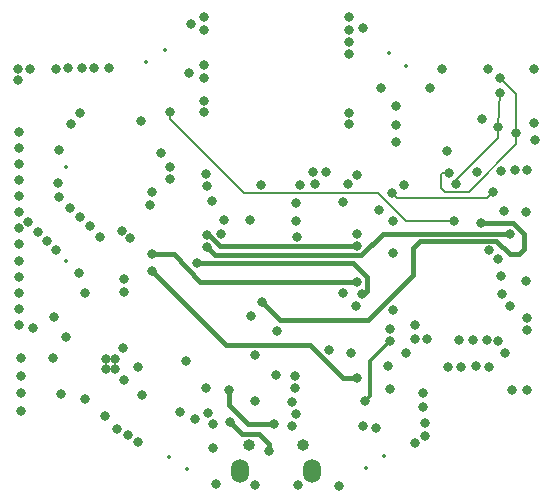
<source format=gbr>
%TF.GenerationSoftware,KiCad,Pcbnew,5.1.5+dfsg1-2~bpo10+1*%
%TF.CreationDate,Date%
%TF.ProjectId,osw,6f73772e-6b69-4636-9164-5f7063625858,2.1*%
%TF.SameCoordinates,Original*%
%TF.FileFunction,Copper,L2,Inr*%
%TF.FilePolarity,Positive*%
%FSLAX46Y46*%
G04 Gerber Fmt 4.6, Leading zero omitted, Abs format (unit mm)*
G04 Created by KiCad*
%MOMM*%
%LPD*%
G04 APERTURE LIST*
%TA.AperFunction,ViaPad*%
%ADD10O,1.500000X2.000000*%
%TD*%
%TA.AperFunction,ViaPad*%
%ADD11C,0.800000*%
%TD*%
%TA.AperFunction,Conductor*%
%ADD12C,0.200000*%
%TD*%
%TA.AperFunction,Conductor*%
%ADD13C,0.300000*%
%TD*%
%TA.AperFunction,Conductor*%
%ADD14C,0.400000*%
%TD*%
%ADD15C,0.350000*%
%ADD16O,0.999999X0.999999*%
%ADD17O,0.750000X1.200000*%
G04 APERTURE END LIST*
D10*
%TO.N,*%
%TO.C,U5*%
X163048000Y-128627000D03*
X156952000Y-128627000D03*
%TD*%
D11*
%TO.N,/EN*%
X179380560Y-118594144D03*
X167309800Y-124815600D03*
%TO.N,+3V3*%
X171018200Y-118592600D03*
X166344600Y-118592600D03*
X154635200Y-124612400D03*
X158191200Y-118745000D03*
X152603200Y-94945200D03*
X154559000Y-105765001D03*
X170789600Y-104419400D03*
X169892624Y-107424576D03*
X169875200Y-110185200D03*
X181875000Y-100558600D03*
X179060300Y-103235300D03*
%TO.N,/FLASH*%
X166827200Y-108534200D03*
X153085800Y-124180600D03*
%TO.N,GND*%
X138379200Y-118999000D03*
X138379200Y-120523000D03*
X138379200Y-121996200D03*
X138379200Y-123494800D03*
X174447788Y-101481207D03*
X176974500Y-103251000D03*
X166141400Y-90125000D03*
X166141400Y-91262200D03*
X166141400Y-92278200D03*
X166141400Y-93294200D03*
X166141400Y-99263200D03*
X166141400Y-98298000D03*
X153847800Y-90125000D03*
X153847800Y-91287600D03*
X153847800Y-94259400D03*
X153847800Y-95300800D03*
X153847800Y-97282000D03*
X153847800Y-98247200D03*
X162026600Y-104368600D03*
X165684200Y-105816400D03*
X164490400Y-118364000D03*
X148310600Y-119786400D03*
X145567400Y-119151400D03*
X146380200Y-119151400D03*
X146380200Y-119964200D03*
X145567400Y-119964200D03*
X143840200Y-122478800D03*
X141121136Y-118997736D03*
X157886400Y-115519200D03*
X154609800Y-126695200D03*
X161323206Y-124781113D03*
X158191200Y-122706998D03*
X161318496Y-122719989D03*
X168452800Y-124942600D03*
X169621200Y-121691400D03*
X179959000Y-121716800D03*
X181152800Y-106654600D03*
X161569400Y-120523000D03*
X159969200Y-120497600D03*
X152349200Y-119303800D03*
X149453600Y-105003600D03*
X146939000Y-108254800D03*
X147650200Y-108839000D03*
X154127200Y-104495600D03*
X157810200Y-107340400D03*
X141338300Y-94538800D03*
X142595600Y-99237800D03*
X143408400Y-98298000D03*
X138125000Y-94525000D03*
X165658800Y-113538000D03*
X172567600Y-125603000D03*
X171754800Y-126238000D03*
X172567600Y-124536200D03*
X154940000Y-129692400D03*
X161874200Y-129819400D03*
X158191200Y-129768600D03*
X165277800Y-129895600D03*
X146558000Y-125018800D03*
X148336000Y-126136400D03*
X139141200Y-94538800D03*
X138176000Y-95504000D03*
X181864000Y-99110800D03*
X181864000Y-94538800D03*
X177914300Y-94526100D03*
X141224000Y-115595400D03*
X181216000Y-121712000D03*
X161734500Y-108750200D03*
X158711900Y-104350002D03*
X168884600Y-96215200D03*
X173050200Y-96215200D03*
X174053500Y-94526100D03*
X163144200Y-103301800D03*
X164172900Y-103301800D03*
X166801800Y-103517700D03*
X166090600Y-104292400D03*
X163258500Y-104267000D03*
X142379700Y-94500700D03*
X143522700Y-94500700D03*
X144576800Y-94500700D03*
X145834100Y-94500700D03*
X138226800Y-99885500D03*
X138226800Y-101247863D03*
X138226800Y-102610226D03*
X138226800Y-103972589D03*
X138226800Y-105334952D03*
X141617700Y-101447600D03*
X141554200Y-104216200D03*
X141643100Y-105422700D03*
X142557500Y-106362500D03*
X143383000Y-107099100D03*
X144272000Y-107873800D03*
X145072100Y-108750100D03*
X138226800Y-106697315D03*
X138988800Y-107556300D03*
X139814300Y-108381800D03*
X140627100Y-109156500D03*
X141389100Y-109867700D03*
X143294100Y-111861600D03*
X143814800Y-113550700D03*
X147078700Y-113474500D03*
X147091400Y-112318800D03*
X150977600Y-103898700D03*
X150977600Y-102844600D03*
X150253700Y-101714300D03*
X138226800Y-116205000D03*
X138214100Y-114909600D03*
X138226800Y-113509130D03*
X138226800Y-112146767D03*
X138226800Y-110784404D03*
X138226800Y-109422041D03*
X138226800Y-108059678D03*
X147434300Y-125564900D03*
X154063700Y-121577100D03*
X151866600Y-123647200D03*
X154216100Y-123659900D03*
X161582100Y-121615200D03*
X161709100Y-123748800D03*
X172466000Y-123190000D03*
X172466000Y-122008900D03*
X174523400Y-119761000D03*
X175666400Y-119761000D03*
X176898300Y-119722900D03*
X177977800Y-119786400D03*
X178739800Y-117576600D03*
X177825400Y-117500400D03*
X176695100Y-117500400D03*
X175488600Y-117525800D03*
X172745400Y-117398800D03*
X171754800Y-117398800D03*
X167386000Y-91071700D03*
X152793700Y-90792300D03*
X170116500Y-97675700D03*
X170116500Y-99301300D03*
X170103800Y-100787200D03*
X171754800Y-116281200D03*
X169862500Y-114935000D03*
X179031900Y-112128300D03*
X160045400Y-116738400D03*
%TO.N,Net-(D1-Pad1)*%
X147108574Y-120895774D03*
X148615400Y-122148600D03*
%TO.N,/LEDK*%
X149352000Y-106070400D03*
%TO.N,/BTN2*%
X150977600Y-98221800D03*
X175082200Y-107462002D03*
%TO.N,/BTN3*%
X169824400Y-105054400D03*
X178333400Y-104978200D03*
%TO.N,/RX*%
X169595800Y-117627400D03*
X167513000Y-122682000D03*
%TO.N,/SCL*%
X174625000Y-103378000D03*
X180340000Y-100012500D03*
X178943000Y-95313500D03*
X169443400Y-119684800D03*
%TO.N,/SDA*%
X178943000Y-96583500D03*
X169595800Y-116586000D03*
X175190685Y-104267000D03*
X178816000Y-99466400D03*
%TO.N,/PIN_LED*%
X158800800Y-114300000D03*
X177317400Y-107619800D03*
%TO.N,/STAT_PWR*%
X168681400Y-106527600D03*
X142189200Y-117271800D03*
%TO.N,/MOSI*%
X166852600Y-120726200D03*
X149453600Y-111658400D03*
%TO.N,/MISO*%
X154076400Y-103479600D03*
X166725600Y-114630200D03*
%TO.N,/IO34*%
X180218731Y-103117636D03*
X181216000Y-116632000D03*
%TO.N,/IO35*%
X181218721Y-103122356D03*
X181216000Y-115616000D03*
%TO.N,Net-(R1-Pad2)*%
X155336142Y-108544458D03*
%TO.N,Net-(R15-Pad1)*%
X141757400Y-122047000D03*
X145542000Y-123977400D03*
%TO.N,/B_MON*%
X148551900Y-98933000D03*
X181178200Y-112547400D03*
%TO.N,/RTC_INT*%
X177457100Y-98780600D03*
X179298600Y-106565700D03*
X179767227Y-114632101D03*
%TO.N,/TFT_DC*%
X154099398Y-109623087D03*
X179755800Y-108508800D03*
%TO.N,/TFT_CS*%
X149453600Y-110261400D03*
X166852600Y-112572800D03*
%TO.N,/TFT_RST*%
X179082800Y-113639600D03*
%TO.N,/SD_CS*%
X166827200Y-109550200D03*
X154102110Y-108623089D03*
%TO.N,/SCK*%
X153263600Y-111023400D03*
X167289200Y-113584000D03*
%TO.N,/VCC*%
X139379465Y-116515052D03*
X147040600Y-118186200D03*
%TO.N,/3V3_2*%
X155587600Y-107391200D03*
%TO.N,/GPS_RX3V3*%
X161696400Y-107467400D03*
X178028600Y-109908810D03*
%TO.N,/GPS_TX3V3*%
X161658300Y-105892600D03*
X178777900Y-110629700D03*
%TO.N,/D2_P*%
X155999000Y-121732000D03*
X159838372Y-124623840D03*
%TO.N,/D2_N*%
X159349999Y-126896865D03*
X156083000Y-124485400D03*
%TD*%
D12*
%TO.N,/BTN2*%
X170966052Y-107462002D02*
X175082200Y-107462002D01*
X150977600Y-98787485D02*
X157258716Y-105068601D01*
X150977600Y-98221800D02*
X150977600Y-98787485D01*
X168572651Y-105068601D02*
X170966052Y-107462002D01*
X157258716Y-105068601D02*
X168572651Y-105068601D01*
%TO.N,/BTN3*%
X177857201Y-105454399D02*
X178333400Y-104978200D01*
X170224399Y-105454399D02*
X177857201Y-105454399D01*
X169824400Y-105054400D02*
X170224399Y-105454399D01*
D13*
%TO.N,/RX*%
X167912999Y-119310201D02*
X169595800Y-117627400D01*
X167912999Y-122282001D02*
X167912999Y-119310201D01*
X167513000Y-122682000D02*
X167912999Y-122282001D01*
D12*
%TO.N,/SCL*%
X180340000Y-96710500D02*
X178943000Y-95313500D01*
X180340000Y-100921502D02*
X180340000Y-96710500D01*
X176294501Y-104967001D02*
X180340000Y-100921502D01*
X174288999Y-104967001D02*
X176294501Y-104967001D01*
X173924999Y-104603001D02*
X174288999Y-104967001D01*
X173924999Y-103512316D02*
X173924999Y-104603001D01*
X174059315Y-103378000D02*
X173924999Y-103512316D01*
X174625000Y-103378000D02*
X174059315Y-103378000D01*
%TO.N,/SDA*%
X175190685Y-103998813D02*
X178816000Y-100373498D01*
X178816000Y-100373498D02*
X178816000Y-99466400D01*
X175190685Y-104267000D02*
X175190685Y-103998813D01*
X178816000Y-99466400D02*
X178943000Y-96583500D01*
D14*
%TO.N,/PIN_LED*%
X171557990Y-111982210D02*
X171557990Y-109689308D01*
X171557990Y-109689308D02*
X172138488Y-109108810D01*
X160312199Y-115811399D02*
X167728801Y-115811399D01*
X167728801Y-115811399D02*
X171557990Y-111982210D01*
X178632759Y-109108810D02*
X179756000Y-110232051D01*
X180940002Y-108509000D02*
X180050802Y-107619800D01*
X180524002Y-110232051D02*
X180940002Y-109816051D01*
X180940002Y-109816051D02*
X180940002Y-108509000D01*
X179756000Y-110232051D02*
X180524002Y-110232051D01*
X180050802Y-107619800D02*
X177317400Y-107619800D01*
X158800800Y-114300000D02*
X160312199Y-115811399D01*
X172138488Y-109108810D02*
X178632759Y-109108810D01*
%TO.N,/MOSI*%
X162887397Y-117944999D02*
X165668598Y-120726200D01*
X165668598Y-120726200D02*
X166852600Y-120726200D01*
X155740199Y-117944999D02*
X162887397Y-117944999D01*
X149453600Y-111658400D02*
X155740199Y-117944999D01*
%TO.N,/TFT_DC*%
X169052602Y-108508800D02*
X179755800Y-108508800D01*
X167211201Y-110350201D02*
X169052602Y-108508800D01*
X154826512Y-110350201D02*
X167211201Y-110350201D01*
X154099398Y-109623087D02*
X154826512Y-110350201D01*
%TO.N,/TFT_CS*%
X151317598Y-110261400D02*
X149453600Y-110261400D01*
X153568400Y-112572800D02*
X151317598Y-110261400D01*
X166852600Y-112572800D02*
X153568400Y-112572800D01*
%TO.N,/SD_CS*%
X155210513Y-109550200D02*
X154283402Y-108623089D01*
X154283402Y-108623089D02*
X154102110Y-108623089D01*
X166827200Y-109550200D02*
X155210513Y-109550200D01*
%TO.N,/SCK*%
X166487202Y-111023400D02*
X153263600Y-111023400D01*
X167652601Y-112188799D02*
X166487202Y-111023400D01*
X167652601Y-113379884D02*
X167652601Y-112188799D01*
X167289200Y-113584000D02*
X167418285Y-113614200D01*
X167418285Y-113614200D02*
X167652601Y-113379884D01*
%TO.N,/D2_P*%
X155999000Y-121732000D02*
X155999000Y-123029800D01*
X155999000Y-123029800D02*
X157581600Y-124612400D01*
X159826932Y-124612400D02*
X159838372Y-124623840D01*
X157581600Y-124612400D02*
X159826932Y-124612400D01*
%TO.N,/D2_N*%
X157102099Y-125504499D02*
X156083000Y-124485400D01*
X158523318Y-125504499D02*
X157102099Y-125504499D01*
X159349999Y-126331180D02*
X158523318Y-125504499D01*
X159349999Y-126896865D02*
X159349999Y-126331180D01*
%TD*%
D15*
X179380560Y-118594144D03*
X167309800Y-124815600D03*
X171018200Y-118592600D03*
X166344600Y-118592600D03*
X154635200Y-124612400D03*
X158191200Y-118745000D03*
X152603200Y-94945200D03*
X154559000Y-105765001D03*
X170789600Y-104419400D03*
X169892624Y-107424576D03*
X169875200Y-110185200D03*
X181875000Y-100558600D03*
X179060300Y-103235300D03*
X166827200Y-108534200D03*
X153085800Y-124180600D03*
X138379200Y-118999000D03*
X138379200Y-120523000D03*
X138379200Y-121996200D03*
X138379200Y-123494800D03*
X174447788Y-101481207D03*
X176974500Y-103251000D03*
X166141400Y-90125000D03*
X166141400Y-91262200D03*
X166141400Y-92278200D03*
X166141400Y-93294200D03*
X166141400Y-99263200D03*
X166141400Y-98298000D03*
X153847800Y-90125000D03*
X153847800Y-91287600D03*
X153847800Y-94259400D03*
X153847800Y-95300800D03*
X153847800Y-97282000D03*
X153847800Y-98247200D03*
X162026600Y-104368600D03*
X165684200Y-105816400D03*
X164490400Y-118364000D03*
X148310600Y-119786400D03*
X145567400Y-119151400D03*
X146380200Y-119151400D03*
X146380200Y-119964200D03*
X145567400Y-119964200D03*
X143840200Y-122478800D03*
X141121136Y-118997736D03*
X157886400Y-115519200D03*
X154609800Y-126695200D03*
X161323206Y-124781113D03*
X158191200Y-122706998D03*
X161318496Y-122719989D03*
X168452800Y-124942600D03*
X169621200Y-121691400D03*
X179959000Y-121716800D03*
X181152800Y-106654600D03*
X161569400Y-120523000D03*
X159969200Y-120497600D03*
X152349200Y-119303800D03*
X149453600Y-105003600D03*
X146939000Y-108254800D03*
X147650200Y-108839000D03*
X154127200Y-104495600D03*
X157810200Y-107340400D03*
X141338300Y-94538800D03*
X142595600Y-99237800D03*
X143408400Y-98298000D03*
X138125000Y-94525000D03*
X165658800Y-113538000D03*
X172567600Y-125603000D03*
X171754800Y-126238000D03*
X172567600Y-124536200D03*
X154940000Y-129692400D03*
X161874200Y-129819400D03*
X158191200Y-129768600D03*
X165277800Y-129895600D03*
X146558000Y-125018800D03*
X148336000Y-126136400D03*
X139141200Y-94538800D03*
X138176000Y-95504000D03*
X181864000Y-99110800D03*
X181864000Y-94538800D03*
X177914300Y-94526100D03*
X141224000Y-115595400D03*
X181216000Y-121712000D03*
X161734500Y-108750200D03*
X158711900Y-104350002D03*
X168884600Y-96215200D03*
X173050200Y-96215200D03*
X174053500Y-94526100D03*
X163144200Y-103301800D03*
X164172900Y-103301800D03*
X166801800Y-103517700D03*
X166090600Y-104292400D03*
X163258500Y-104267000D03*
X142379700Y-94500700D03*
X143522700Y-94500700D03*
X144576800Y-94500700D03*
X145834100Y-94500700D03*
X138226800Y-99885500D03*
X138226800Y-101247863D03*
X138226800Y-102610226D03*
X138226800Y-103972589D03*
X138226800Y-105334952D03*
X141617700Y-101447600D03*
X141554200Y-104216200D03*
X141643100Y-105422700D03*
X142557500Y-106362500D03*
X143383000Y-107099100D03*
X144272000Y-107873800D03*
X145072100Y-108750100D03*
X138226800Y-106697315D03*
X138988800Y-107556300D03*
X139814300Y-108381800D03*
X140627100Y-109156500D03*
X141389100Y-109867700D03*
X143294100Y-111861600D03*
X143814800Y-113550700D03*
X147078700Y-113474500D03*
X147091400Y-112318800D03*
X150977600Y-103898700D03*
X150977600Y-102844600D03*
X150253700Y-101714300D03*
X138226800Y-116205000D03*
X138214100Y-114909600D03*
X138226800Y-113509130D03*
X138226800Y-112146767D03*
X138226800Y-110784404D03*
X138226800Y-109422041D03*
X138226800Y-108059678D03*
X147434300Y-125564900D03*
X154063700Y-121577100D03*
X151866600Y-123647200D03*
X154216100Y-123659900D03*
X161582100Y-121615200D03*
X161709100Y-123748800D03*
X172466000Y-123190000D03*
X172466000Y-122008900D03*
X174523400Y-119761000D03*
X175666400Y-119761000D03*
X176898300Y-119722900D03*
X177977800Y-119786400D03*
X178739800Y-117576600D03*
X177825400Y-117500400D03*
X176695100Y-117500400D03*
X175488600Y-117525800D03*
X172745400Y-117398800D03*
X171754800Y-117398800D03*
X167386000Y-91071700D03*
X152793700Y-90792300D03*
X170116500Y-97675700D03*
X170116500Y-99301300D03*
X170103800Y-100787200D03*
X171754800Y-116281200D03*
X169862500Y-114935000D03*
X179031900Y-112128300D03*
X160045400Y-116738400D03*
X147108574Y-120895774D03*
X148615400Y-122148600D03*
X149352000Y-106070400D03*
X150977600Y-98221800D03*
X175082200Y-107462002D03*
X169824400Y-105054400D03*
X178333400Y-104978200D03*
X169595800Y-117627400D03*
X167513000Y-122682000D03*
X174625000Y-103378000D03*
X180340000Y-100012500D03*
X178943000Y-95313500D03*
X169443400Y-119684800D03*
X178943000Y-96583500D03*
X169595800Y-116586000D03*
X175190685Y-104267000D03*
X178816000Y-99466400D03*
X158800800Y-114300000D03*
X177317400Y-107619800D03*
X168681400Y-106527600D03*
X142189200Y-117271800D03*
X166852600Y-120726200D03*
X149453600Y-111658400D03*
X154076400Y-103479600D03*
X166725600Y-114630200D03*
X180218731Y-103117636D03*
X181216000Y-116632000D03*
X181218721Y-103122356D03*
X181216000Y-115616000D03*
X155336142Y-108544458D03*
X141757400Y-122047000D03*
X145542000Y-123977400D03*
X148551900Y-98933000D03*
X181178200Y-112547400D03*
X177457100Y-98780600D03*
X179298600Y-106565700D03*
X179767227Y-114632101D03*
X154099398Y-109623087D03*
X179755800Y-108508800D03*
X149453600Y-110261400D03*
X166852600Y-112572800D03*
X179082800Y-113639600D03*
X166827200Y-109550200D03*
X154102110Y-108623089D03*
X153263600Y-111023400D03*
X167289200Y-113584000D03*
X139379465Y-116515052D03*
X147040600Y-118186200D03*
X155587600Y-107391200D03*
X161696400Y-107467400D03*
X178028600Y-109908810D03*
X161658300Y-105892600D03*
X178777900Y-110629700D03*
X155999000Y-121732000D03*
X159838372Y-124623840D03*
X159349999Y-126896865D03*
X156083000Y-124485400D03*
X171020589Y-94309865D03*
X169530784Y-93227459D03*
X150539658Y-92967369D03*
X149012986Y-93997122D03*
X150918815Y-127387791D03*
X152445487Y-128417544D03*
X167577766Y-128331569D03*
X169122178Y-127328616D03*
X142200000Y-110850000D03*
X142200000Y-102870000D03*
D16*
X162286000Y-126404500D03*
X157714000Y-126404500D03*
D17*
X163048000Y-128627000D03*
X156952000Y-128627000D03*
M02*

</source>
